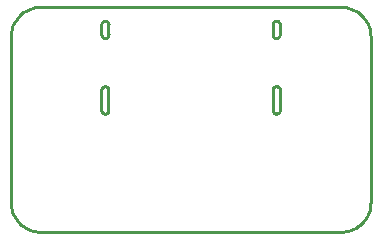
<source format=gbr>
G04 EAGLE Gerber RS-274X export*
G75*
%MOMM*%
%FSLAX34Y34*%
%LPD*%
%IN*%
%IPPOS*%
%AMOC8*
5,1,8,0,0,1.08239X$1,22.5*%
G01*
%ADD10C,0.254000*%


D10*
X0Y25400D02*
X97Y23186D01*
X386Y20989D01*
X865Y18826D01*
X1532Y16713D01*
X2380Y14666D01*
X3403Y12700D01*
X4594Y10831D01*
X5942Y9073D01*
X7440Y7440D01*
X9073Y5942D01*
X10831Y4594D01*
X12700Y3403D01*
X14666Y2380D01*
X16713Y1532D01*
X18826Y865D01*
X20989Y386D01*
X23186Y97D01*
X25400Y0D01*
X279400Y0D01*
X281614Y97D01*
X283811Y386D01*
X285974Y865D01*
X288087Y1532D01*
X290135Y2380D01*
X292100Y3403D01*
X293969Y4594D01*
X295727Y5942D01*
X297361Y7440D01*
X298858Y9073D01*
X300206Y10831D01*
X301397Y12700D01*
X302420Y14666D01*
X303268Y16713D01*
X303935Y18826D01*
X304414Y20989D01*
X304703Y23186D01*
X304800Y25400D01*
X304800Y165100D01*
X304703Y167314D01*
X304414Y169511D01*
X303935Y171674D01*
X303268Y173787D01*
X302420Y175835D01*
X301397Y177800D01*
X300206Y179669D01*
X298858Y181427D01*
X297361Y183061D01*
X295727Y184558D01*
X293969Y185906D01*
X292100Y187097D01*
X290135Y188120D01*
X288087Y188968D01*
X285974Y189635D01*
X283811Y190114D01*
X281614Y190403D01*
X279400Y190500D01*
X25400Y190500D01*
X23186Y190403D01*
X20989Y190114D01*
X18826Y189635D01*
X16713Y188968D01*
X14666Y188120D01*
X12700Y187097D01*
X10831Y185906D01*
X9073Y184558D01*
X7440Y183061D01*
X5942Y181427D01*
X4594Y179669D01*
X3403Y177800D01*
X2380Y175835D01*
X1532Y173787D01*
X865Y171674D01*
X386Y169511D01*
X97Y167314D01*
X0Y165100D01*
X0Y25400D01*
X76900Y167340D02*
X76891Y167056D01*
X76906Y166772D01*
X76946Y166490D01*
X77011Y166213D01*
X77099Y165943D01*
X77210Y165682D01*
X77344Y165431D01*
X77500Y165192D01*
X77675Y164969D01*
X77869Y164761D01*
X78081Y164571D01*
X78309Y164400D01*
X78550Y164250D01*
X78804Y164122D01*
X79067Y164015D01*
X79339Y163933D01*
X79618Y163874D01*
X79900Y163840D01*
X80182Y163874D01*
X80461Y163933D01*
X80733Y164015D01*
X80997Y164122D01*
X81250Y164250D01*
X81492Y164400D01*
X81719Y164571D01*
X81931Y164761D01*
X82125Y164969D01*
X82300Y165192D01*
X82456Y165431D01*
X82590Y165682D01*
X82701Y165943D01*
X82790Y166213D01*
X82854Y166490D01*
X82894Y166772D01*
X82909Y167056D01*
X82900Y167340D01*
X82900Y175340D01*
X82909Y175624D01*
X82894Y175908D01*
X82854Y176190D01*
X82790Y176467D01*
X82701Y176737D01*
X82590Y176999D01*
X82456Y177249D01*
X82300Y177488D01*
X82125Y177711D01*
X81931Y177919D01*
X81719Y178109D01*
X81492Y178280D01*
X81250Y178430D01*
X80997Y178559D01*
X80733Y178665D01*
X80461Y178747D01*
X80182Y178806D01*
X79900Y178840D01*
X79618Y178806D01*
X79339Y178747D01*
X79067Y178665D01*
X78804Y178559D01*
X78550Y178430D01*
X78309Y178280D01*
X78081Y178109D01*
X77869Y177919D01*
X77675Y177711D01*
X77500Y177488D01*
X77344Y177249D01*
X77210Y176999D01*
X77099Y176737D01*
X77011Y176467D01*
X76946Y176190D01*
X76906Y175908D01*
X76891Y175624D01*
X76900Y175340D01*
X76900Y167340D01*
X76900Y102640D02*
X76932Y102401D01*
X76985Y102166D01*
X77058Y101937D01*
X77151Y101715D01*
X77263Y101501D01*
X77393Y101299D01*
X77541Y101108D01*
X77704Y100931D01*
X77882Y100769D01*
X78074Y100623D01*
X78277Y100494D01*
X78492Y100383D01*
X78714Y100292D01*
X78944Y100220D01*
X79180Y100169D01*
X79419Y100138D01*
X79659Y100129D01*
X79900Y100140D01*
X80141Y100129D01*
X80381Y100138D01*
X80620Y100169D01*
X80856Y100220D01*
X81086Y100292D01*
X81309Y100383D01*
X81523Y100494D01*
X81726Y100623D01*
X81918Y100769D01*
X82096Y100931D01*
X82259Y101108D01*
X82407Y101299D01*
X82537Y101501D01*
X82649Y101715D01*
X82742Y101937D01*
X82815Y102166D01*
X82868Y102401D01*
X82900Y102640D01*
X82900Y120640D01*
X82868Y120879D01*
X82815Y121114D01*
X82742Y121343D01*
X82649Y121565D01*
X82537Y121779D01*
X82407Y121982D01*
X82259Y122172D01*
X82096Y122349D01*
X81918Y122511D01*
X81726Y122657D01*
X81523Y122786D01*
X81309Y122897D01*
X81086Y122988D01*
X80856Y123060D01*
X80620Y123111D01*
X80381Y123142D01*
X80141Y123151D01*
X79900Y123140D01*
X79659Y123151D01*
X79419Y123142D01*
X79180Y123111D01*
X78944Y123060D01*
X78714Y122988D01*
X78492Y122897D01*
X78277Y122786D01*
X78074Y122657D01*
X77882Y122511D01*
X77704Y122349D01*
X77541Y122172D01*
X77393Y121982D01*
X77263Y121779D01*
X77151Y121565D01*
X77058Y121343D01*
X76985Y121114D01*
X76932Y120879D01*
X76900Y120640D01*
X76900Y102640D01*
X221900Y167340D02*
X221891Y167056D01*
X221906Y166772D01*
X221946Y166490D01*
X222011Y166213D01*
X222099Y165943D01*
X222210Y165682D01*
X222344Y165431D01*
X222500Y165192D01*
X222675Y164969D01*
X222869Y164761D01*
X223081Y164571D01*
X223309Y164400D01*
X223550Y164250D01*
X223804Y164122D01*
X224067Y164015D01*
X224339Y163933D01*
X224618Y163874D01*
X224900Y163840D01*
X225203Y163897D01*
X225500Y163980D01*
X225789Y164089D01*
X226067Y164222D01*
X226332Y164379D01*
X226583Y164559D01*
X226817Y164760D01*
X227033Y164980D01*
X227228Y165219D01*
X227403Y165473D01*
X227554Y165742D01*
X227681Y166023D01*
X227783Y166314D01*
X227860Y166613D01*
X227910Y166917D01*
X227934Y167225D01*
X227930Y167533D01*
X227900Y167840D01*
X227900Y175840D01*
X227889Y176101D01*
X227854Y176361D01*
X227798Y176616D01*
X227719Y176866D01*
X227619Y177108D01*
X227498Y177340D01*
X227357Y177561D01*
X227198Y177768D01*
X227021Y177961D01*
X226828Y178138D01*
X226621Y178297D01*
X226400Y178438D01*
X226168Y178559D01*
X225926Y178659D01*
X225676Y178738D01*
X225421Y178794D01*
X225161Y178829D01*
X224900Y178840D01*
X224618Y178806D01*
X224339Y178747D01*
X224067Y178665D01*
X223804Y178559D01*
X223550Y178430D01*
X223309Y178280D01*
X223081Y178109D01*
X222869Y177919D01*
X222675Y177711D01*
X222500Y177488D01*
X222344Y177249D01*
X222210Y176999D01*
X222099Y176737D01*
X222011Y176467D01*
X221946Y176190D01*
X221906Y175908D01*
X221891Y175624D01*
X221900Y175340D01*
X221900Y167340D01*
X221900Y102640D02*
X221932Y102401D01*
X221985Y102166D01*
X222058Y101937D01*
X222151Y101715D01*
X222263Y101501D01*
X222393Y101299D01*
X222541Y101108D01*
X222704Y100931D01*
X222882Y100769D01*
X223074Y100623D01*
X223277Y100494D01*
X223492Y100383D01*
X223714Y100292D01*
X223944Y100220D01*
X224180Y100169D01*
X224419Y100138D01*
X224659Y100129D01*
X224900Y100140D01*
X225141Y100129D01*
X225381Y100138D01*
X225620Y100169D01*
X225856Y100220D01*
X226086Y100292D01*
X226309Y100383D01*
X226523Y100494D01*
X226726Y100623D01*
X226918Y100769D01*
X227096Y100931D01*
X227259Y101108D01*
X227407Y101299D01*
X227537Y101501D01*
X227649Y101715D01*
X227742Y101937D01*
X227815Y102166D01*
X227868Y102401D01*
X227900Y102640D01*
X227900Y120640D01*
X227868Y120879D01*
X227815Y121114D01*
X227742Y121343D01*
X227649Y121565D01*
X227537Y121779D01*
X227407Y121982D01*
X227259Y122172D01*
X227096Y122349D01*
X226918Y122511D01*
X226726Y122657D01*
X226523Y122786D01*
X226309Y122897D01*
X226086Y122988D01*
X225856Y123060D01*
X225620Y123111D01*
X225381Y123142D01*
X225141Y123151D01*
X224900Y123140D01*
X224659Y123151D01*
X224419Y123142D01*
X224180Y123111D01*
X223944Y123060D01*
X223714Y122988D01*
X223492Y122897D01*
X223277Y122786D01*
X223074Y122657D01*
X222882Y122511D01*
X222704Y122349D01*
X222541Y122172D01*
X222393Y121982D01*
X222263Y121779D01*
X222151Y121565D01*
X222058Y121343D01*
X221985Y121114D01*
X221932Y120879D01*
X221900Y120640D01*
X221900Y102640D01*
M02*

</source>
